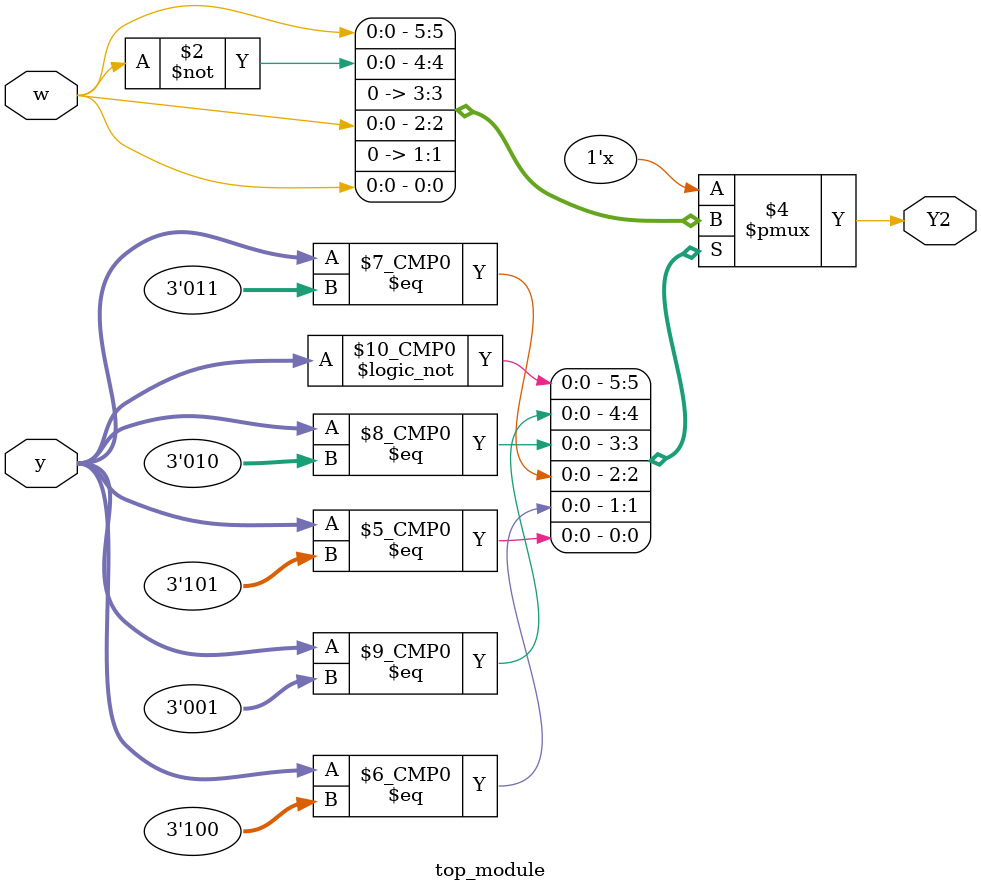
<source format=sv>
module top_module(
    input [3:1] y,
    input w,
    output reg Y2
);

always @(*) begin
    case(y)
        3'b000: Y2 = w;
        3'b001: Y2 = ~w;
        3'b010: Y2 = 1'b0;
        3'b011: Y2 = w;
        3'b100: Y2 = 1'b0;
        3'b101: Y2 = w;
        default: Y2 = 1'bx;
    endcase
end

endmodule

</source>
